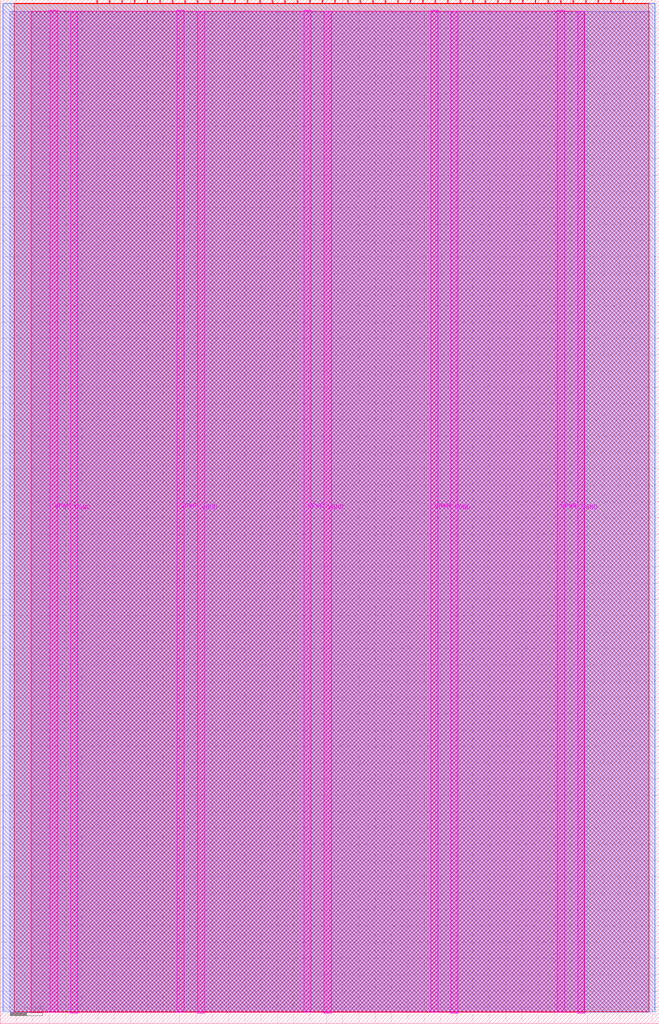
<source format=lef>
VERSION 5.7 ;
  NOWIREEXTENSIONATPIN ON ;
  DIVIDERCHAR "/" ;
  BUSBITCHARS "[]" ;
MACRO tt_um_snake_game
  CLASS BLOCK ;
  FOREIGN tt_um_snake_game ;
  ORIGIN 0.000 0.000 ;
  SIZE 202.080 BY 313.740 ;
  PIN VGND
    DIRECTION INOUT ;
    USE GROUND ;
    PORT
      LAYER TopMetal1 ;
        RECT 21.580 3.150 23.780 310.180 ;
    END
    PORT
      LAYER TopMetal1 ;
        RECT 60.450 3.150 62.650 310.180 ;
    END
    PORT
      LAYER TopMetal1 ;
        RECT 99.320 3.150 101.520 310.180 ;
    END
    PORT
      LAYER TopMetal1 ;
        RECT 138.190 3.150 140.390 310.180 ;
    END
    PORT
      LAYER TopMetal1 ;
        RECT 177.060 3.150 179.260 310.180 ;
    END
  END VGND
  PIN VPWR
    DIRECTION INOUT ;
    USE POWER ;
    PORT
      LAYER TopMetal1 ;
        RECT 15.380 3.560 17.580 310.590 ;
    END
    PORT
      LAYER TopMetal1 ;
        RECT 54.250 3.560 56.450 310.590 ;
    END
    PORT
      LAYER TopMetal1 ;
        RECT 93.120 3.560 95.320 310.590 ;
    END
    PORT
      LAYER TopMetal1 ;
        RECT 131.990 3.560 134.190 310.590 ;
    END
    PORT
      LAYER TopMetal1 ;
        RECT 170.860 3.560 173.060 310.590 ;
    END
  END VPWR
  PIN clk
    DIRECTION INPUT ;
    USE SIGNAL ;
    ANTENNAGATEAREA 0.725400 ;
    PORT
      LAYER Metal4 ;
        RECT 187.050 312.740 187.350 313.740 ;
    END
  END clk
  PIN ena
    DIRECTION INPUT ;
    USE SIGNAL ;
    PORT
      LAYER Metal4 ;
        RECT 190.890 312.740 191.190 313.740 ;
    END
  END ena
  PIN rst_n
    DIRECTION INPUT ;
    USE SIGNAL ;
    ANTENNAGATEAREA 0.725400 ;
    PORT
      LAYER Metal4 ;
        RECT 183.210 312.740 183.510 313.740 ;
    END
  END rst_n
  PIN ui_in[0]
    DIRECTION INPUT ;
    USE SIGNAL ;
    ANTENNAGATEAREA 0.213200 ;
    PORT
      LAYER Metal4 ;
        RECT 179.370 312.740 179.670 313.740 ;
    END
  END ui_in[0]
  PIN ui_in[1]
    DIRECTION INPUT ;
    USE SIGNAL ;
    ANTENNAGATEAREA 0.180700 ;
    PORT
      LAYER Metal4 ;
        RECT 175.530 312.740 175.830 313.740 ;
    END
  END ui_in[1]
  PIN ui_in[2]
    DIRECTION INPUT ;
    USE SIGNAL ;
    ANTENNAGATEAREA 0.180700 ;
    PORT
      LAYER Metal4 ;
        RECT 171.690 312.740 171.990 313.740 ;
    END
  END ui_in[2]
  PIN ui_in[3]
    DIRECTION INPUT ;
    USE SIGNAL ;
    ANTENNAGATEAREA 0.180700 ;
    PORT
      LAYER Metal4 ;
        RECT 167.850 312.740 168.150 313.740 ;
    END
  END ui_in[3]
  PIN ui_in[4]
    DIRECTION INPUT ;
    USE SIGNAL ;
    ANTENNAGATEAREA 0.180700 ;
    PORT
      LAYER Metal4 ;
        RECT 164.010 312.740 164.310 313.740 ;
    END
  END ui_in[4]
  PIN ui_in[5]
    DIRECTION INPUT ;
    USE SIGNAL ;
    ANTENNAGATEAREA 0.180700 ;
    PORT
      LAYER Metal4 ;
        RECT 160.170 312.740 160.470 313.740 ;
    END
  END ui_in[5]
  PIN ui_in[6]
    DIRECTION INPUT ;
    USE SIGNAL ;
    PORT
      LAYER Metal4 ;
        RECT 156.330 312.740 156.630 313.740 ;
    END
  END ui_in[6]
  PIN ui_in[7]
    DIRECTION INPUT ;
    USE SIGNAL ;
    PORT
      LAYER Metal4 ;
        RECT 152.490 312.740 152.790 313.740 ;
    END
  END ui_in[7]
  PIN uio_in[0]
    DIRECTION INPUT ;
    USE SIGNAL ;
    PORT
      LAYER Metal4 ;
        RECT 148.650 312.740 148.950 313.740 ;
    END
  END uio_in[0]
  PIN uio_in[1]
    DIRECTION INPUT ;
    USE SIGNAL ;
    PORT
      LAYER Metal4 ;
        RECT 144.810 312.740 145.110 313.740 ;
    END
  END uio_in[1]
  PIN uio_in[2]
    DIRECTION INPUT ;
    USE SIGNAL ;
    PORT
      LAYER Metal4 ;
        RECT 140.970 312.740 141.270 313.740 ;
    END
  END uio_in[2]
  PIN uio_in[3]
    DIRECTION INPUT ;
    USE SIGNAL ;
    PORT
      LAYER Metal4 ;
        RECT 137.130 312.740 137.430 313.740 ;
    END
  END uio_in[3]
  PIN uio_in[4]
    DIRECTION INPUT ;
    USE SIGNAL ;
    PORT
      LAYER Metal4 ;
        RECT 133.290 312.740 133.590 313.740 ;
    END
  END uio_in[4]
  PIN uio_in[5]
    DIRECTION INPUT ;
    USE SIGNAL ;
    PORT
      LAYER Metal4 ;
        RECT 129.450 312.740 129.750 313.740 ;
    END
  END uio_in[5]
  PIN uio_in[6]
    DIRECTION INPUT ;
    USE SIGNAL ;
    PORT
      LAYER Metal4 ;
        RECT 125.610 312.740 125.910 313.740 ;
    END
  END uio_in[6]
  PIN uio_in[7]
    DIRECTION INPUT ;
    USE SIGNAL ;
    PORT
      LAYER Metal4 ;
        RECT 121.770 312.740 122.070 313.740 ;
    END
  END uio_in[7]
  PIN uio_oe[0]
    DIRECTION OUTPUT ;
    USE SIGNAL ;
    ANTENNADIFFAREA 0.392700 ;
    PORT
      LAYER Metal4 ;
        RECT 56.490 312.740 56.790 313.740 ;
    END
  END uio_oe[0]
  PIN uio_oe[1]
    DIRECTION OUTPUT ;
    USE SIGNAL ;
    ANTENNADIFFAREA 0.392700 ;
    PORT
      LAYER Metal4 ;
        RECT 52.650 312.740 52.950 313.740 ;
    END
  END uio_oe[1]
  PIN uio_oe[2]
    DIRECTION OUTPUT ;
    USE SIGNAL ;
    ANTENNADIFFAREA 0.392700 ;
    PORT
      LAYER Metal4 ;
        RECT 48.810 312.740 49.110 313.740 ;
    END
  END uio_oe[2]
  PIN uio_oe[3]
    DIRECTION OUTPUT ;
    USE SIGNAL ;
    ANTENNADIFFAREA 0.392700 ;
    PORT
      LAYER Metal4 ;
        RECT 44.970 312.740 45.270 313.740 ;
    END
  END uio_oe[3]
  PIN uio_oe[4]
    DIRECTION OUTPUT ;
    USE SIGNAL ;
    ANTENNADIFFAREA 0.299200 ;
    PORT
      LAYER Metal4 ;
        RECT 41.130 312.740 41.430 313.740 ;
    END
  END uio_oe[4]
  PIN uio_oe[5]
    DIRECTION OUTPUT ;
    USE SIGNAL ;
    ANTENNADIFFAREA 0.299200 ;
    PORT
      LAYER Metal4 ;
        RECT 37.290 312.740 37.590 313.740 ;
    END
  END uio_oe[5]
  PIN uio_oe[6]
    DIRECTION OUTPUT ;
    USE SIGNAL ;
    ANTENNADIFFAREA 0.299200 ;
    PORT
      LAYER Metal4 ;
        RECT 33.450 312.740 33.750 313.740 ;
    END
  END uio_oe[6]
  PIN uio_oe[7]
    DIRECTION OUTPUT ;
    USE SIGNAL ;
    ANTENNADIFFAREA 0.299200 ;
    PORT
      LAYER Metal4 ;
        RECT 29.610 312.740 29.910 313.740 ;
    END
  END uio_oe[7]
  PIN uio_out[0]
    DIRECTION OUTPUT ;
    USE SIGNAL ;
    ANTENNADIFFAREA 0.708600 ;
    PORT
      LAYER Metal4 ;
        RECT 87.210 312.740 87.510 313.740 ;
    END
  END uio_out[0]
  PIN uio_out[1]
    DIRECTION OUTPUT ;
    USE SIGNAL ;
    ANTENNADIFFAREA 0.708600 ;
    PORT
      LAYER Metal4 ;
        RECT 83.370 312.740 83.670 313.740 ;
    END
  END uio_out[1]
  PIN uio_out[2]
    DIRECTION OUTPUT ;
    USE SIGNAL ;
    ANTENNADIFFAREA 0.708600 ;
    PORT
      LAYER Metal4 ;
        RECT 79.530 312.740 79.830 313.740 ;
    END
  END uio_out[2]
  PIN uio_out[3]
    DIRECTION OUTPUT ;
    USE SIGNAL ;
    ANTENNADIFFAREA 0.708600 ;
    PORT
      LAYER Metal4 ;
        RECT 75.690 312.740 75.990 313.740 ;
    END
  END uio_out[3]
  PIN uio_out[4]
    DIRECTION OUTPUT ;
    USE SIGNAL ;
    ANTENNADIFFAREA 0.299200 ;
    PORT
      LAYER Metal4 ;
        RECT 71.850 312.740 72.150 313.740 ;
    END
  END uio_out[4]
  PIN uio_out[5]
    DIRECTION OUTPUT ;
    USE SIGNAL ;
    ANTENNADIFFAREA 0.299200 ;
    PORT
      LAYER Metal4 ;
        RECT 68.010 312.740 68.310 313.740 ;
    END
  END uio_out[5]
  PIN uio_out[6]
    DIRECTION OUTPUT ;
    USE SIGNAL ;
    ANTENNADIFFAREA 0.299200 ;
    PORT
      LAYER Metal4 ;
        RECT 64.170 312.740 64.470 313.740 ;
    END
  END uio_out[6]
  PIN uio_out[7]
    DIRECTION OUTPUT ;
    USE SIGNAL ;
    ANTENNADIFFAREA 0.299200 ;
    PORT
      LAYER Metal4 ;
        RECT 60.330 312.740 60.630 313.740 ;
    END
  END uio_out[7]
  PIN uo_out[0]
    DIRECTION OUTPUT ;
    USE SIGNAL ;
    ANTENNADIFFAREA 0.708600 ;
    PORT
      LAYER Metal4 ;
        RECT 117.930 312.740 118.230 313.740 ;
    END
  END uo_out[0]
  PIN uo_out[1]
    DIRECTION OUTPUT ;
    USE SIGNAL ;
    ANTENNADIFFAREA 0.708600 ;
    PORT
      LAYER Metal4 ;
        RECT 114.090 312.740 114.390 313.740 ;
    END
  END uo_out[1]
  PIN uo_out[2]
    DIRECTION OUTPUT ;
    USE SIGNAL ;
    ANTENNADIFFAREA 0.708600 ;
    PORT
      LAYER Metal4 ;
        RECT 110.250 312.740 110.550 313.740 ;
    END
  END uo_out[2]
  PIN uo_out[3]
    DIRECTION OUTPUT ;
    USE SIGNAL ;
    ANTENNADIFFAREA 0.708600 ;
    PORT
      LAYER Metal4 ;
        RECT 106.410 312.740 106.710 313.740 ;
    END
  END uo_out[3]
  PIN uo_out[4]
    DIRECTION OUTPUT ;
    USE SIGNAL ;
    ANTENNAGATEAREA 0.180700 ;
    ANTENNADIFFAREA 0.649200 ;
    PORT
      LAYER Metal4 ;
        RECT 102.570 312.740 102.870 313.740 ;
    END
  END uo_out[4]
  PIN uo_out[5]
    DIRECTION OUTPUT ;
    USE SIGNAL ;
    ANTENNAGATEAREA 0.180700 ;
    ANTENNADIFFAREA 0.649200 ;
    PORT
      LAYER Metal4 ;
        RECT 98.730 312.740 99.030 313.740 ;
    END
  END uo_out[5]
  PIN uo_out[6]
    DIRECTION OUTPUT ;
    USE SIGNAL ;
    ANTENNAGATEAREA 0.180700 ;
    ANTENNADIFFAREA 0.708600 ;
    PORT
      LAYER Metal4 ;
        RECT 94.890 312.740 95.190 313.740 ;
    END
  END uo_out[6]
  PIN uo_out[7]
    DIRECTION OUTPUT ;
    USE SIGNAL ;
    ANTENNADIFFAREA 0.708600 ;
    PORT
      LAYER Metal4 ;
        RECT 91.050 312.740 91.350 313.740 ;
    END
  END uo_out[7]
  OBS
      LAYER GatPoly ;
        RECT 2.880 3.630 199.200 310.110 ;
      LAYER Metal1 ;
        RECT 2.880 3.560 199.200 310.180 ;
      LAYER Metal2 ;
        RECT 0.855 3.635 200.745 312.625 ;
      LAYER Metal3 ;
        RECT 0.815 3.680 200.785 312.585 ;
      LAYER Metal4 ;
        RECT 4.220 312.530 29.400 312.740 ;
        RECT 30.120 312.530 33.240 312.740 ;
        RECT 33.960 312.530 37.080 312.740 ;
        RECT 37.800 312.530 40.920 312.740 ;
        RECT 41.640 312.530 44.760 312.740 ;
        RECT 45.480 312.530 48.600 312.740 ;
        RECT 49.320 312.530 52.440 312.740 ;
        RECT 53.160 312.530 56.280 312.740 ;
        RECT 57.000 312.530 60.120 312.740 ;
        RECT 60.840 312.530 63.960 312.740 ;
        RECT 64.680 312.530 67.800 312.740 ;
        RECT 68.520 312.530 71.640 312.740 ;
        RECT 72.360 312.530 75.480 312.740 ;
        RECT 76.200 312.530 79.320 312.740 ;
        RECT 80.040 312.530 83.160 312.740 ;
        RECT 83.880 312.530 87.000 312.740 ;
        RECT 87.720 312.530 90.840 312.740 ;
        RECT 91.560 312.530 94.680 312.740 ;
        RECT 95.400 312.530 98.520 312.740 ;
        RECT 99.240 312.530 102.360 312.740 ;
        RECT 103.080 312.530 106.200 312.740 ;
        RECT 106.920 312.530 110.040 312.740 ;
        RECT 110.760 312.530 113.880 312.740 ;
        RECT 114.600 312.530 117.720 312.740 ;
        RECT 118.440 312.530 121.560 312.740 ;
        RECT 122.280 312.530 125.400 312.740 ;
        RECT 126.120 312.530 129.240 312.740 ;
        RECT 129.960 312.530 133.080 312.740 ;
        RECT 133.800 312.530 136.920 312.740 ;
        RECT 137.640 312.530 140.760 312.740 ;
        RECT 141.480 312.530 144.600 312.740 ;
        RECT 145.320 312.530 148.440 312.740 ;
        RECT 149.160 312.530 152.280 312.740 ;
        RECT 153.000 312.530 156.120 312.740 ;
        RECT 156.840 312.530 159.960 312.740 ;
        RECT 160.680 312.530 163.800 312.740 ;
        RECT 164.520 312.530 167.640 312.740 ;
        RECT 168.360 312.530 171.480 312.740 ;
        RECT 172.200 312.530 175.320 312.740 ;
        RECT 176.040 312.530 179.160 312.740 ;
        RECT 179.880 312.530 183.000 312.740 ;
        RECT 183.720 312.530 186.840 312.740 ;
        RECT 187.560 312.530 190.680 312.740 ;
        RECT 191.400 312.530 198.820 312.740 ;
        RECT 4.220 3.635 198.820 312.530 ;
      LAYER Metal5 ;
        RECT 9.455 3.470 179.125 310.270 ;
  END
END tt_um_snake_game
END LIBRARY


</source>
